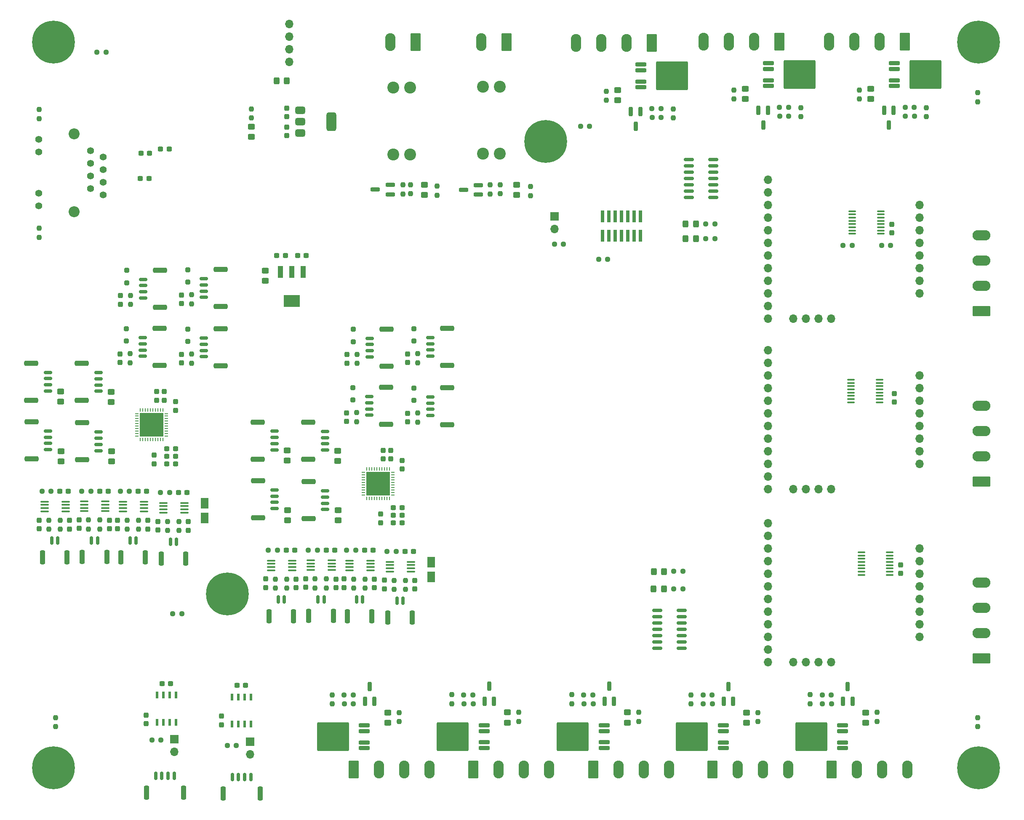
<source format=gbr>
%TF.GenerationSoftware,KiCad,Pcbnew,8.0.1*%
%TF.CreationDate,2024-05-02T15:47:01+02:00*%
%TF.ProjectId,launchpad-controller-v2,6c61756e-6368-4706-9164-2d636f6e7472,rev?*%
%TF.SameCoordinates,Original*%
%TF.FileFunction,Soldermask,Top*%
%TF.FilePolarity,Negative*%
%FSLAX46Y46*%
G04 Gerber Fmt 4.6, Leading zero omitted, Abs format (unit mm)*
G04 Created by KiCad (PCBNEW 8.0.1) date 2024-05-02 15:47:01*
%MOMM*%
%LPD*%
G01*
G04 APERTURE LIST*
G04 Aperture macros list*
%AMRoundRect*
0 Rectangle with rounded corners*
0 $1 Rounding radius*
0 $2 $3 $4 $5 $6 $7 $8 $9 X,Y pos of 4 corners*
0 Add a 4 corners polygon primitive as box body*
4,1,4,$2,$3,$4,$5,$6,$7,$8,$9,$2,$3,0*
0 Add four circle primitives for the rounded corners*
1,1,$1+$1,$2,$3*
1,1,$1+$1,$4,$5*
1,1,$1+$1,$6,$7*
1,1,$1+$1,$8,$9*
0 Add four rect primitives between the rounded corners*
20,1,$1+$1,$2,$3,$4,$5,0*
20,1,$1+$1,$4,$5,$6,$7,0*
20,1,$1+$1,$6,$7,$8,$9,0*
20,1,$1+$1,$8,$9,$2,$3,0*%
%AMFreePoly0*
4,1,6,1.000000,0.000000,0.500000,-0.750000,-0.500000,-0.750000,-0.500000,0.750000,0.500000,0.750000,1.000000,0.000000,1.000000,0.000000,$1*%
G04 Aperture macros list end*
%ADD10RoundRect,0.237500X0.237500X-0.300000X0.237500X0.300000X-0.237500X0.300000X-0.237500X-0.300000X0*%
%ADD11RoundRect,0.250000X0.450000X-0.325000X0.450000X0.325000X-0.450000X0.325000X-0.450000X-0.325000X0*%
%ADD12RoundRect,0.100000X-0.637500X-0.100000X0.637500X-0.100000X0.637500X0.100000X-0.637500X0.100000X0*%
%ADD13RoundRect,0.150000X0.150000X0.700000X-0.150000X0.700000X-0.150000X-0.700000X0.150000X-0.700000X0*%
%ADD14RoundRect,0.250000X0.250000X1.150000X-0.250000X1.150000X-0.250000X-1.150000X0.250000X-1.150000X0*%
%ADD15RoundRect,0.237500X0.237500X-0.250000X0.237500X0.250000X-0.237500X0.250000X-0.237500X-0.250000X0*%
%ADD16RoundRect,0.237500X-0.237500X0.250000X-0.237500X-0.250000X0.237500X-0.250000X0.237500X0.250000X0*%
%ADD17RoundRect,0.237500X-0.300000X-0.237500X0.300000X-0.237500X0.300000X0.237500X-0.300000X0.237500X0*%
%ADD18RoundRect,0.250000X-0.250000X0.250000X-0.250000X-0.250000X0.250000X-0.250000X0.250000X0.250000X0*%
%ADD19RoundRect,0.150000X0.700000X-0.150000X0.700000X0.150000X-0.700000X0.150000X-0.700000X-0.150000X0*%
%ADD20RoundRect,0.250000X1.150000X-0.250000X1.150000X0.250000X-1.150000X0.250000X-1.150000X-0.250000X0*%
%ADD21RoundRect,0.150000X-0.825000X-0.150000X0.825000X-0.150000X0.825000X0.150000X-0.825000X0.150000X0*%
%ADD22RoundRect,0.150000X-0.700000X0.150000X-0.700000X-0.150000X0.700000X-0.150000X0.700000X0.150000X0*%
%ADD23RoundRect,0.250000X-1.150000X0.250000X-1.150000X-0.250000X1.150000X-0.250000X1.150000X0.250000X0*%
%ADD24R,0.740000X2.400000*%
%ADD25RoundRect,0.200000X0.900000X0.200000X-0.900000X0.200000X-0.900000X-0.200000X0.900000X-0.200000X0*%
%ADD26RoundRect,0.249997X2.950003X2.650003X-2.950003X2.650003X-2.950003X-2.650003X2.950003X-2.650003X0*%
%ADD27RoundRect,0.237500X-0.237500X0.300000X-0.237500X-0.300000X0.237500X-0.300000X0.237500X0.300000X0*%
%ADD28RoundRect,0.250000X-0.450000X0.325000X-0.450000X-0.325000X0.450000X-0.325000X0.450000X0.325000X0*%
%ADD29RoundRect,0.237500X0.250000X0.237500X-0.250000X0.237500X-0.250000X-0.237500X0.250000X-0.237500X0*%
%ADD30RoundRect,0.200000X0.200000X-0.750000X0.200000X0.750000X-0.200000X0.750000X-0.200000X-0.750000X0*%
%ADD31C,0.900000*%
%ADD32C,8.600000*%
%ADD33RoundRect,0.200000X-0.200000X0.750000X-0.200000X-0.750000X0.200000X-0.750000X0.200000X0.750000X0*%
%ADD34RoundRect,0.200000X0.750000X0.200000X-0.750000X0.200000X-0.750000X-0.200000X0.750000X-0.200000X0*%
%ADD35C,2.400000*%
%ADD36RoundRect,0.250000X0.325000X0.450000X-0.325000X0.450000X-0.325000X-0.450000X0.325000X-0.450000X0*%
%ADD37RoundRect,0.100000X0.712500X0.100000X-0.712500X0.100000X-0.712500X-0.100000X0.712500X-0.100000X0*%
%ADD38RoundRect,0.200000X-0.900000X-0.200000X0.900000X-0.200000X0.900000X0.200000X-0.900000X0.200000X0*%
%ADD39RoundRect,0.249997X-2.950003X-2.650003X2.950003X-2.650003X2.950003X2.650003X-2.950003X2.650003X0*%
%ADD40RoundRect,0.237500X-0.250000X-0.237500X0.250000X-0.237500X0.250000X0.237500X-0.250000X0.237500X0*%
%ADD41RoundRect,0.249999X-0.790001X-1.550001X0.790001X-1.550001X0.790001X1.550001X-0.790001X1.550001X0*%
%ADD42O,2.080000X3.600000*%
%ADD43RoundRect,0.237500X0.300000X0.237500X-0.300000X0.237500X-0.300000X-0.237500X0.300000X-0.237500X0*%
%ADD44R,1.500000X1.500000*%
%ADD45FreePoly0,90.000000*%
%ADD46FreePoly0,270.000000*%
%ADD47R,1.000000X2.400000*%
%ADD48R,3.300001X2.400000*%
%ADD49O,1.700000X1.700000*%
%ADD50R,0.254000X0.762000*%
%ADD51R,0.762000X0.254000*%
%ADD52R,4.699000X4.699000*%
%ADD53RoundRect,0.249999X1.550001X-0.790001X1.550001X0.790001X-1.550001X0.790001X-1.550001X-0.790001X0*%
%ADD54O,3.600000X2.080000*%
%ADD55R,0.532600X1.454899*%
%ADD56RoundRect,0.249999X0.790001X1.550001X-0.790001X1.550001X-0.790001X-1.550001X0.790001X-1.550001X0*%
%ADD57R,1.700000X1.700000*%
%ADD58C,1.397000*%
%ADD59C,2.209800*%
%ADD60RoundRect,0.375000X-0.625000X-0.375000X0.625000X-0.375000X0.625000X0.375000X-0.625000X0.375000X0*%
%ADD61RoundRect,0.500000X-0.500000X-1.400000X0.500000X-1.400000X0.500000X1.400000X-0.500000X1.400000X0*%
G04 APERTURE END LIST*
D10*
%TO.C,C9*%
X116728000Y151370000D03*
X116728000Y153095000D03*
%TD*%
D11*
%TO.C,D30*%
X230391999Y67055000D03*
X230391999Y69105000D03*
%TD*%
D12*
%TO.C,U22*%
X253492000Y101346000D03*
X253492000Y100696000D03*
X253492000Y100046000D03*
X253492000Y99396000D03*
X253492000Y98746000D03*
X253492000Y98096000D03*
X253492000Y97446000D03*
X253492000Y96796000D03*
X259217000Y96796000D03*
X259217000Y97446000D03*
X259217000Y98096000D03*
X259217000Y98746000D03*
X259217000Y99396000D03*
X259217000Y100046000D03*
X259217000Y100696000D03*
X259217000Y101346000D03*
%TD*%
D13*
%TO.C,TC6*%
X153208000Y91863000D03*
X151958000Y91863000D03*
D14*
X155058000Y88513000D03*
X150108000Y88513000D03*
%TD*%
D15*
%TO.C,R49*%
X116240000Y105725000D03*
X116240000Y107550000D03*
%TD*%
D16*
%TO.C,R9*%
X88138000Y166520500D03*
X88138000Y164695500D03*
%TD*%
D17*
%TO.C,C10*%
X135943000Y161036000D03*
X137668000Y161036000D03*
%TD*%
D18*
%TO.C,D18*%
X151340000Y146211500D03*
X151340000Y143711500D03*
%TD*%
D19*
%TO.C,J26*%
X145666000Y109957000D03*
X145666000Y111207000D03*
X145666000Y112457000D03*
X145666000Y113707000D03*
D20*
X142316000Y108107000D03*
X142316000Y115557000D03*
%TD*%
D21*
%TO.C,U6*%
X218759000Y180340000D03*
X218759000Y179070000D03*
X218759000Y177800000D03*
X218759000Y176530000D03*
X218759000Y175260000D03*
X218759000Y173990000D03*
X218759000Y172720000D03*
X223709000Y172720000D03*
X223709000Y173990000D03*
X223709000Y175260000D03*
X223709000Y176530000D03*
X223709000Y177800000D03*
X223709000Y179070000D03*
X223709000Y180340000D03*
%TD*%
D16*
%TO.C,R26*%
X106556000Y153012000D03*
X106556000Y151187000D03*
%TD*%
D17*
%TO.C,C54*%
X159370000Y107309000D03*
X161095000Y107309000D03*
%TD*%
D22*
%TO.C,J10*%
X108982000Y144521000D03*
X108982000Y143271000D03*
X108982000Y142021000D03*
X108982000Y140771000D03*
D23*
X112332000Y146371000D03*
X112332000Y138921000D03*
%TD*%
D16*
%TO.C,R84*%
X243205000Y72699500D03*
X243205000Y70874500D03*
%TD*%
D24*
%TO.C,J7*%
X209042000Y168910000D03*
X209042000Y165010000D03*
X207772000Y168910000D03*
X207772000Y165010000D03*
X206502000Y168910000D03*
X206502000Y165010000D03*
X205232000Y168910000D03*
X205232000Y165010000D03*
X203962000Y168910000D03*
X203962000Y165010000D03*
X202692000Y168910000D03*
X202692000Y165010000D03*
X201422000Y168910000D03*
X201422000Y165010000D03*
%TD*%
D10*
%TO.C,C45*%
X139812000Y94202000D03*
X139812000Y95927000D03*
%TD*%
D25*
%TO.C,U29*%
X201731000Y61990500D03*
X201731000Y63130500D03*
D26*
X195431000Y64270500D03*
D25*
X201731000Y65410500D03*
X201731000Y66550500D03*
%TD*%
D22*
%TO.C,J12*%
X121284000Y156378500D03*
X121284000Y155128500D03*
X121284000Y153878500D03*
X121284000Y152628500D03*
D23*
X124634000Y158228500D03*
X124634000Y150778500D03*
%TD*%
D27*
%TO.C,C42*%
X149464000Y95979500D03*
X149464000Y94254500D03*
%TD*%
D17*
%TO.C,C1*%
X108511000Y176530000D03*
X110236000Y176530000D03*
%TD*%
D28*
%TO.C,D3*%
X255397000Y194611000D03*
X255397000Y192561000D03*
%TD*%
D29*
%TO.C,R19*%
X213217003Y188793000D03*
X211392003Y188793000D03*
%TD*%
D10*
%TO.C,C26*%
X162274000Y127591500D03*
X162274000Y129316500D03*
%TD*%
D30*
%TO.C,D33*%
X249796999Y71382500D03*
X251696999Y71382500D03*
X250746999Y74382500D03*
%TD*%
D31*
%TO.C,H2*%
X273775000Y204000000D03*
X274719581Y206280419D03*
X274719581Y201719581D03*
X277000000Y207225000D03*
D32*
X277000000Y204000000D03*
D31*
X277000000Y200775000D03*
X279280419Y206280419D03*
X279280419Y201719581D03*
X280225000Y204000000D03*
%TD*%
D15*
%TO.C,R16*%
X178816000Y173435000D03*
X178816000Y175260000D03*
%TD*%
%TO.C,R57*%
X143640000Y94186500D03*
X143640000Y96011500D03*
%TD*%
D21*
%TO.C,U28*%
X212409000Y89662000D03*
X212409000Y88392000D03*
X212409000Y87122000D03*
X212409000Y85852000D03*
X212409000Y84582000D03*
X212409000Y83312000D03*
X212409000Y82042000D03*
X217359000Y82042000D03*
X217359000Y83312000D03*
X217359000Y84582000D03*
X217359000Y85852000D03*
X217359000Y87122000D03*
X217359000Y88392000D03*
X217359000Y89662000D03*
%TD*%
D15*
%TO.C,R10*%
X88138000Y188571500D03*
X88138000Y190396500D03*
%TD*%
D29*
%TO.C,R70*%
X175401999Y70874500D03*
X173576999Y70874500D03*
%TD*%
D33*
%TO.C,D9*%
X209040003Y190039000D03*
X207140003Y190039000D03*
X208090003Y187039000D03*
%TD*%
D34*
%TO.C,D5*%
X158750000Y173360000D03*
X158750000Y175260000D03*
X155750000Y174310000D03*
%TD*%
D17*
%TO.C,C51*%
X145861000Y101817000D03*
X147586000Y101817000D03*
%TD*%
D16*
%TO.C,R30*%
X152102000Y141171500D03*
X152102000Y139346500D03*
%TD*%
D35*
%TO.C,F2*%
X177370000Y181511500D03*
X180770000Y181511500D03*
X177370000Y194981500D03*
X180770000Y194981500D03*
%TD*%
D17*
%TO.C,C47*%
X159370000Y108833000D03*
X161095000Y108833000D03*
%TD*%
D16*
%TO.C,R13*%
X162814000Y175307000D03*
X162814000Y173482000D03*
%TD*%
D15*
%TO.C,R73*%
X184577000Y67342500D03*
X184577000Y69167500D03*
%TD*%
D36*
%TO.C,D23*%
X213771500Y97495000D03*
X211721500Y97495000D03*
%TD*%
D10*
%TO.C,C46*%
X155560000Y94202000D03*
X155560000Y95927000D03*
%TD*%
D28*
%TO.C,D4*%
X130810000Y186953000D03*
X130810000Y184903000D03*
%TD*%
D10*
%TO.C,C14*%
X150070000Y139396500D03*
X150070000Y141121500D03*
%TD*%
D11*
%TO.C,D32*%
X254381000Y67064500D03*
X254381000Y69114500D03*
%TD*%
D16*
%TO.C,R79*%
X219215999Y72690000D03*
X219215999Y70865000D03*
%TD*%
D27*
%TO.C,C44*%
X157586000Y95725500D03*
X157586000Y94000500D03*
%TD*%
D37*
%TO.C,U17*%
X117336500Y109332500D03*
X117336500Y109982500D03*
X117336500Y110632500D03*
X117336500Y111282500D03*
X113111500Y111282500D03*
X113111500Y110632500D03*
X113111500Y109982500D03*
X113111500Y109332500D03*
%TD*%
D27*
%TO.C,C15*%
X111284000Y120874500D03*
X111284000Y119149500D03*
%TD*%
D29*
%TO.C,R39*%
X90527000Y113609500D03*
X88702000Y113609500D03*
%TD*%
D38*
%TO.C,U3*%
X234800001Y199708000D03*
X234800001Y198568000D03*
D39*
X241100001Y197428000D03*
D38*
X234800001Y196288000D03*
X234800001Y195148000D03*
%TD*%
D12*
%TO.C,U13*%
X251391500Y136080000D03*
X251391500Y135430000D03*
X251391500Y134780000D03*
X251391500Y134130000D03*
X251391500Y133480000D03*
X251391500Y132830000D03*
X251391500Y132180000D03*
X251391500Y131530000D03*
X257116500Y131530000D03*
X257116500Y132180000D03*
X257116500Y132830000D03*
X257116500Y133480000D03*
X257116500Y134130000D03*
X257116500Y134780000D03*
X257116500Y135430000D03*
X257116500Y136080000D03*
%TD*%
D15*
%TO.C,R61*%
X151378000Y94138500D03*
X151378000Y95963500D03*
%TD*%
D29*
%TO.C,R81*%
X223502998Y70841000D03*
X221677998Y70841000D03*
%TD*%
D40*
%TO.C,R2*%
X211345003Y190571000D03*
X213170003Y190571000D03*
%TD*%
D15*
%TO.C,R38*%
X100380000Y106027000D03*
X100380000Y107852000D03*
%TD*%
D17*
%TO.C,C33*%
X108053000Y113609500D03*
X109778000Y113609500D03*
%TD*%
D16*
%TO.C,R17*%
X168148000Y175006000D03*
X168148000Y173181000D03*
%TD*%
D29*
%TO.C,R46*%
X114397000Y113355500D03*
X112572000Y113355500D03*
%TD*%
D28*
%TO.C,D2*%
X230110001Y194610000D03*
X230110001Y192560000D03*
%TD*%
D10*
%TO.C,C13*%
X162274000Y139529500D03*
X162274000Y141254500D03*
%TD*%
D25*
%TO.C,U31*%
X249691000Y61966500D03*
X249691000Y63106500D03*
D26*
X243391000Y64246500D03*
D25*
X249691000Y65386500D03*
X249691000Y66526500D03*
%TD*%
D41*
%TO.C,J32*%
X151384000Y57625500D03*
D42*
X156464000Y57625500D03*
X161544000Y57625500D03*
X166624000Y57625500D03*
%TD*%
D10*
%TO.C,C23*%
X149972000Y127672000D03*
X149972000Y129397000D03*
%TD*%
D15*
%TO.C,R18*%
X215632001Y188722000D03*
X215632001Y190547000D03*
%TD*%
D10*
%TO.C,C22*%
X158862000Y120110000D03*
X158862000Y121835000D03*
%TD*%
D16*
%TO.C,R27*%
X118760000Y141207000D03*
X118760000Y139382000D03*
%TD*%
D43*
%TO.C,C2*%
X114300000Y182477999D03*
X112575000Y182477999D03*
%TD*%
D10*
%TO.C,C18*%
X115614000Y129918500D03*
X115614000Y131643500D03*
%TD*%
D17*
%TO.C,C59*%
X127915500Y74624652D03*
X129640500Y74624652D03*
%TD*%
D44*
%TO.C,JP1*%
X121412000Y108528000D03*
X121412000Y110928000D03*
D45*
X121412000Y107728000D03*
D46*
X121412000Y111728000D03*
%TD*%
D10*
%TO.C,C52*%
X163682000Y93948000D03*
X163682000Y95673000D03*
%TD*%
D28*
%TO.C,F10*%
X138064000Y109849000D03*
X138064000Y107799000D03*
%TD*%
D11*
%TO.C,D27*%
X182291000Y67088500D03*
X182291000Y69138500D03*
%TD*%
D17*
%TO.C,C41*%
X116175000Y113355500D03*
X117900000Y113355500D03*
%TD*%
D15*
%TO.C,R51*%
X135630000Y94138500D03*
X135630000Y95963500D03*
%TD*%
D31*
%TO.C,H3*%
X87775000Y58000000D03*
X88719581Y60280419D03*
X88719581Y55719581D03*
X91000000Y61225000D03*
D32*
X91000000Y58000000D03*
D31*
X91000000Y54775000D03*
X93280419Y60280419D03*
X93280419Y55719581D03*
X94225000Y58000000D03*
%TD*%
D18*
%TO.C,D15*%
X117998000Y146247000D03*
X117998000Y143747000D03*
%TD*%
D19*
%TO.C,J16*%
X89930000Y133786000D03*
X89930000Y135036000D03*
X89930000Y136286000D03*
X89930000Y137536000D03*
D20*
X86580000Y131936000D03*
X86580000Y139386000D03*
%TD*%
D44*
%TO.C,JP2*%
X166958000Y96687500D03*
X166958000Y99087500D03*
D45*
X166958000Y95887500D03*
D46*
X166958000Y99887500D03*
%TD*%
D47*
%TO.C,U8*%
X141224000Y157734000D03*
X138924000Y157734000D03*
X136624000Y157734000D03*
D48*
X138924000Y151933999D03*
%TD*%
D29*
%TO.C,R103*%
X116825000Y89000000D03*
X115000000Y89000000D03*
%TD*%
D37*
%TO.C,U19*%
X154760500Y97746000D03*
X154760500Y98396000D03*
X154760500Y99046000D03*
X154760500Y99696000D03*
X150535500Y99696000D03*
X150535500Y99046000D03*
X150535500Y98396000D03*
X150535500Y97746000D03*
%TD*%
D29*
%TO.C,R32*%
X193590000Y163322000D03*
X191765000Y163322000D03*
%TD*%
D40*
%TO.C,R1*%
X99775000Y201930000D03*
X101600000Y201930000D03*
%TD*%
D29*
%TO.C,R63*%
X217585500Y94029000D03*
X215760500Y94029000D03*
%TD*%
D49*
%TO.C,U12*%
X234696000Y141986000D03*
X234696000Y139446000D03*
X234696000Y136906000D03*
X234696000Y134366000D03*
X234696000Y131826000D03*
X234696000Y129286000D03*
X234696000Y126746000D03*
X234696000Y124206000D03*
X234696000Y121666000D03*
X234696000Y119126000D03*
X234696000Y116586000D03*
X234696000Y114046000D03*
X239776000Y114046000D03*
X242316000Y114046000D03*
X244856000Y114046000D03*
X247396000Y114046000D03*
X265176000Y136906000D03*
X265176000Y134366000D03*
X265176000Y131826000D03*
X265176000Y129286000D03*
X265176000Y126746000D03*
X265176000Y124206000D03*
X265176000Y121666000D03*
X265176000Y119126000D03*
%TD*%
D17*
%TO.C,C40*%
X137851000Y101769000D03*
X139576000Y101769000D03*
%TD*%
D15*
%TO.C,R12*%
X161290000Y173435000D03*
X161290000Y175260000D03*
%TD*%
D19*
%TO.C,J25*%
X135506000Y110151000D03*
X135506000Y111401000D03*
X135506000Y112651000D03*
X135506000Y113901000D03*
D20*
X132156000Y108301000D03*
X132156000Y115751000D03*
%TD*%
D13*
%TO.C,TC3*%
X107662000Y103703500D03*
X106412000Y103703500D03*
D14*
X109512000Y100353500D03*
X104562000Y100353500D03*
%TD*%
D15*
%TO.C,R41*%
X113954000Y105725000D03*
X113954000Y107550000D03*
%TD*%
D17*
%TO.C,C57*%
X112873595Y74978972D03*
X114598595Y74978972D03*
%TD*%
D40*
%TO.C,R35*%
X249785500Y163068000D03*
X251610500Y163068000D03*
%TD*%
D49*
%TO.C,U23*%
X234696000Y107188000D03*
X234696000Y104648000D03*
X234696000Y102108000D03*
X234696000Y99568000D03*
X234696000Y97028000D03*
X234696000Y94488000D03*
X234696000Y91948000D03*
X234696000Y89408000D03*
X234696000Y86868000D03*
X234696000Y84328000D03*
X234696000Y81788000D03*
X234696000Y79248000D03*
X239776000Y79248000D03*
X242316000Y79248000D03*
X244856000Y79248000D03*
X247396000Y79248000D03*
X265176000Y102108000D03*
X265176000Y99568000D03*
X265176000Y97028000D03*
X265176000Y94488000D03*
X265176000Y91948000D03*
X265176000Y89408000D03*
X265176000Y86868000D03*
X265176000Y84328000D03*
%TD*%
D17*
%TO.C,C3*%
X108638000Y181610000D03*
X110363000Y181610000D03*
%TD*%
D28*
%TO.C,F7*%
X102648000Y133636500D03*
X102648000Y131586500D03*
%TD*%
D16*
%TO.C,R8*%
X276860000Y193802000D03*
X276860000Y191977000D03*
%TD*%
%TO.C,R3*%
X202170001Y194103000D03*
X202170001Y192278000D03*
%TD*%
D50*
%TO.C,U10*%
X108509998Y124023500D03*
X109010000Y124023500D03*
X109509999Y124023500D03*
X110009998Y124023500D03*
X110509999Y124023500D03*
X111009999Y124023500D03*
X111510000Y124023500D03*
X112009999Y124023500D03*
X112509998Y124023500D03*
X113010000Y124023500D03*
D51*
X113733801Y124747301D03*
X113733801Y125247303D03*
X113733801Y125747302D03*
X113733801Y126247301D03*
X113733801Y126747302D03*
X113733801Y127247302D03*
X113733801Y127747303D03*
X113733801Y128247302D03*
X113733801Y128747301D03*
X113733801Y129247303D03*
D50*
X113010000Y129971104D03*
X112509998Y129971104D03*
X112009999Y129971104D03*
X111510000Y129971104D03*
X111009999Y129971104D03*
X110509999Y129971104D03*
X110009998Y129971104D03*
X109509999Y129971104D03*
X109010000Y129971104D03*
X108509998Y129971104D03*
D51*
X107786197Y129247303D03*
X107786197Y128747301D03*
X107786197Y128247302D03*
X107786197Y127747303D03*
X107786197Y127247302D03*
X107786197Y126747302D03*
X107786197Y126247301D03*
X107786197Y125747302D03*
X107786197Y125247303D03*
X107786197Y124747301D03*
D52*
X110759999Y126997302D03*
%TD*%
D15*
%TO.C,R59*%
X161786000Y93884500D03*
X161786000Y95709500D03*
%TD*%
D13*
%TO.C,TC8*%
X161330000Y91609000D03*
X160080000Y91609000D03*
D14*
X163180000Y88259000D03*
X158230000Y88259000D03*
%TD*%
D27*
%TO.C,C28*%
X88170000Y107820000D03*
X88170000Y106095000D03*
%TD*%
D22*
%TO.C,J11*%
X121284000Y144440500D03*
X121284000Y143190500D03*
X121284000Y141940500D03*
X121284000Y140690500D03*
D23*
X124634000Y146290500D03*
X124634000Y138840500D03*
%TD*%
D28*
%TO.C,F11*%
X148224000Y109846500D03*
X148224000Y107796500D03*
%TD*%
D30*
%TO.C,D25*%
X153657999Y71374000D03*
X155557999Y71374000D03*
X154607999Y74374000D03*
%TD*%
D27*
%TO.C,C5*%
X137922000Y190701000D03*
X137922000Y188976000D03*
%TD*%
D15*
%TO.C,R52*%
X137916000Y94138500D03*
X137916000Y95963500D03*
%TD*%
D29*
%TO.C,R20*%
X224028000Y167378000D03*
X222203000Y167378000D03*
%TD*%
D37*
%TO.C,U18*%
X139012500Y97746000D03*
X139012500Y98396000D03*
X139012500Y99046000D03*
X139012500Y99696000D03*
X134787500Y99696000D03*
X134787500Y99046000D03*
X134787500Y98396000D03*
X134787500Y97746000D03*
%TD*%
D36*
%TO.C,D22*%
X213759000Y93980000D03*
X211709000Y93980000D03*
%TD*%
D15*
%TO.C,R40*%
X98094000Y106027000D03*
X98094000Y107852000D03*
%TD*%
D17*
%TO.C,C21*%
X113824000Y120673500D03*
X115549000Y120673500D03*
%TD*%
D13*
%TO.C,TC5*%
X137460000Y91863000D03*
X136210000Y91863000D03*
D14*
X139310000Y88513000D03*
X134360000Y88513000D03*
%TD*%
D19*
%TO.C,J22*%
X145636000Y121906500D03*
X145636000Y123156500D03*
X145636000Y124406500D03*
X145636000Y125656500D03*
D20*
X142286000Y120056500D03*
X142286000Y127506500D03*
%TD*%
D50*
%TO.C,U11*%
X154055998Y112183000D03*
X154556000Y112183000D03*
X155055999Y112183000D03*
X155555998Y112183000D03*
X156055999Y112183000D03*
X156555999Y112183000D03*
X157056000Y112183000D03*
X157555999Y112183000D03*
X158055998Y112183000D03*
X158556000Y112183000D03*
D51*
X159279801Y112906801D03*
X159279801Y113406803D03*
X159279801Y113906802D03*
X159279801Y114406801D03*
X159279801Y114906802D03*
X159279801Y115406802D03*
X159279801Y115906803D03*
X159279801Y116406802D03*
X159279801Y116906801D03*
X159279801Y117406803D03*
D50*
X158556000Y118130604D03*
X158055998Y118130604D03*
X157555999Y118130604D03*
X157056000Y118130604D03*
X156555999Y118130604D03*
X156055999Y118130604D03*
X155555998Y118130604D03*
X155055999Y118130604D03*
X154556000Y118130604D03*
X154055998Y118130604D03*
D51*
X153332197Y117406803D03*
X153332197Y116906801D03*
X153332197Y116406802D03*
X153332197Y115906803D03*
X153332197Y115406802D03*
X153332197Y114906802D03*
X153332197Y114406801D03*
X153332197Y113906802D03*
X153332197Y113406803D03*
X153332197Y112906801D03*
D52*
X156305999Y115156802D03*
%TD*%
D16*
%TO.C,R29*%
X164306000Y141304500D03*
X164306000Y139479500D03*
%TD*%
D22*
%TO.C,J21*%
X154528000Y132680500D03*
X154528000Y131430500D03*
X154528000Y130180500D03*
X154528000Y128930500D03*
D23*
X157878000Y134530500D03*
X157878000Y127080500D03*
%TD*%
D28*
%TO.C,F9*%
X148194000Y121796000D03*
X148194000Y119746000D03*
%TD*%
D40*
%TO.C,R4*%
X236999003Y190824000D03*
X238824003Y190824000D03*
%TD*%
D10*
%TO.C,C49*%
X147822000Y94250000D03*
X147822000Y95975000D03*
%TD*%
D53*
%TO.C,J15*%
X277622000Y149860000D03*
D54*
X277622000Y154940000D03*
X277622000Y160020000D03*
X277622000Y165100000D03*
%TD*%
D25*
%TO.C,U26*%
X153552000Y61958000D03*
X153552000Y63098000D03*
D26*
X147252000Y64238000D03*
D25*
X153552000Y65378000D03*
X153552000Y66518000D03*
%TD*%
D31*
%TO.C,H5*%
X122775000Y93000000D03*
X123719581Y95280419D03*
X123719581Y90719581D03*
X126000000Y96225000D03*
D32*
X126000000Y93000000D03*
D31*
X126000000Y89775000D03*
X128280419Y95280419D03*
X128280419Y90719581D03*
X129225000Y93000000D03*
%TD*%
D16*
%TO.C,R75*%
X195245000Y72723500D03*
X195245000Y70898500D03*
%TD*%
D15*
%TO.C,R56*%
X153664000Y94138500D03*
X153664000Y95963500D03*
%TD*%
D17*
%TO.C,C48*%
X161721000Y101515000D03*
X163446000Y101515000D03*
%TD*%
D11*
%TO.C,D24*%
X158242000Y67056000D03*
X158242000Y69106000D03*
%TD*%
D15*
%TO.C,R80*%
X232677999Y67309000D03*
X232677999Y69134000D03*
%TD*%
D55*
%TO.C,U24*%
X115641095Y72620320D03*
X114371095Y72620320D03*
X113101095Y72620320D03*
X111831095Y72620320D03*
X111831095Y67177624D03*
X113101095Y67177624D03*
X114371095Y67177624D03*
X115641095Y67177624D03*
%TD*%
D29*
%TO.C,R55*%
X151821000Y101769000D03*
X149996000Y101769000D03*
%TD*%
D56*
%TO.C,J1*%
X163830000Y203994500D03*
D42*
X158750000Y203994500D03*
%TD*%
D41*
%TO.C,J33*%
X175433000Y57658000D03*
D42*
X180513000Y57658000D03*
X185593000Y57658000D03*
X190673000Y57658000D03*
%TD*%
D29*
%TO.C,R68*%
X151352999Y70842000D03*
X149527999Y70842000D03*
%TD*%
D49*
%TO.C,U9*%
X234696000Y176276000D03*
X234696000Y173736000D03*
X234696000Y171196000D03*
X234696000Y168656000D03*
X234696000Y166116000D03*
X234696000Y163576000D03*
X234696000Y161036000D03*
X234696000Y158496000D03*
X234696000Y155956000D03*
X234696000Y153416000D03*
X234696000Y150876000D03*
X234696000Y148336000D03*
X239776000Y148336000D03*
X242316000Y148336000D03*
X244856000Y148336000D03*
X247396000Y148336000D03*
X265176000Y171196000D03*
X265176000Y168656000D03*
X265176000Y166116000D03*
X265176000Y163576000D03*
X265176000Y161036000D03*
X265176000Y158496000D03*
X265176000Y155956000D03*
X265176000Y153416000D03*
%TD*%
D25*
%TO.C,U30*%
X225701999Y61957000D03*
X225701999Y63097000D03*
D26*
X219401999Y64237000D03*
D25*
X225701999Y65377000D03*
X225701999Y66517000D03*
%TD*%
D16*
%TO.C,R11*%
X130810000Y190532500D03*
X130810000Y188707500D03*
%TD*%
D41*
%TO.C,J36*%
X247523000Y57634000D03*
D42*
X252603000Y57634000D03*
X257683000Y57634000D03*
X262763000Y57634000D03*
%TD*%
D29*
%TO.C,R62*%
X217598000Y97536000D03*
X215773000Y97536000D03*
%TD*%
D30*
%TO.C,D26*%
X177706999Y71406500D03*
X179606999Y71406500D03*
X178656999Y74406500D03*
%TD*%
D10*
%TO.C,C6*%
X259588000Y165608000D03*
X259588000Y167333000D03*
%TD*%
D15*
%TO.C,R21*%
X241286001Y188975000D03*
X241286001Y190800000D03*
%TD*%
D10*
%TO.C,C56*%
X261366000Y97081000D03*
X261366000Y98806000D03*
%TD*%
D38*
%TO.C,U2*%
X209146001Y199455000D03*
X209146001Y198315000D03*
D39*
X215446001Y197175000D03*
D38*
X209146001Y196035000D03*
X209146001Y194895000D03*
%TD*%
D33*
%TO.C,D12*%
X259981002Y190293000D03*
X258081002Y190293000D03*
X259031002Y187293000D03*
%TD*%
D31*
%TO.C,H1*%
X87775000Y204000000D03*
X88719581Y206280419D03*
X88719581Y201719581D03*
X91000000Y207225000D03*
D32*
X91000000Y204000000D03*
D31*
X91000000Y200775000D03*
X93280419Y206280419D03*
X93280419Y201719581D03*
X94225000Y204000000D03*
%TD*%
D10*
%TO.C,C29*%
X102276000Y106090500D03*
X102276000Y107815500D03*
%TD*%
D15*
%TO.C,R44*%
X92370000Y105979000D03*
X92370000Y107804000D03*
%TD*%
%TO.C,R76*%
X208707000Y67342500D03*
X208707000Y69167500D03*
%TD*%
D29*
%TO.C,R43*%
X98537000Y113657500D03*
X96712000Y113657500D03*
%TD*%
D15*
%TO.C,R42*%
X108118000Y105979000D03*
X108118000Y107804000D03*
%TD*%
D36*
%TO.C,D19*%
X220201500Y164432000D03*
X218151500Y164432000D03*
%TD*%
D40*
%TO.C,R82*%
X245619999Y72628500D03*
X247444999Y72628500D03*
%TD*%
D13*
%TO.C,TC4*%
X115784000Y103449500D03*
X114534000Y103449500D03*
D14*
X117634000Y100099500D03*
X112684000Y100099500D03*
%TD*%
D36*
%TO.C,FB1*%
X137940000Y196215000D03*
X135890000Y196215000D03*
%TD*%
D28*
%TO.C,F3*%
X133604000Y157997000D03*
X133604000Y155947000D03*
%TD*%
D29*
%TO.C,R22*%
X238871003Y189046000D03*
X237046003Y189046000D03*
%TD*%
%TO.C,R33*%
X224028000Y164465000D03*
X222203000Y164465000D03*
%TD*%
D27*
%TO.C,C53*%
X156830000Y109034000D03*
X156830000Y107309000D03*
%TD*%
D40*
%TO.C,R104*%
X197000000Y187000000D03*
X198825000Y187000000D03*
%TD*%
D57*
%TO.C,J31*%
X130556000Y63251000D03*
D49*
X130556000Y60711000D03*
%TD*%
D18*
%TO.C,D14*%
X105794000Y158052000D03*
X105794000Y155552000D03*
%TD*%
D29*
%TO.C,R83*%
X247491999Y70850500D03*
X245666999Y70850500D03*
%TD*%
D13*
%TO.C,TC7*%
X145470000Y91911000D03*
X144220000Y91911000D03*
D14*
X147320000Y88561000D03*
X142370000Y88561000D03*
%TD*%
D13*
%TO.C,TC2*%
X91914000Y103703500D03*
X90664000Y103703500D03*
D14*
X93764000Y100353500D03*
X88814000Y100353500D03*
%TD*%
D56*
%TO.C,J3*%
X211314001Y203787500D03*
D42*
X206234001Y203787500D03*
X201154001Y203787500D03*
X196074001Y203787500D03*
%TD*%
D41*
%TO.C,J35*%
X223533999Y57624500D03*
D42*
X228613999Y57624500D03*
X233693999Y57624500D03*
X238773999Y57624500D03*
%TD*%
D40*
%TO.C,R72*%
X173529999Y72652500D03*
X175354999Y72652500D03*
%TD*%
D29*
%TO.C,R54*%
X159943000Y101515000D03*
X158118000Y101515000D03*
%TD*%
D16*
%TO.C,R5*%
X227824001Y194356000D03*
X227824001Y192531000D03*
%TD*%
D29*
%TO.C,R34*%
X259381000Y163068000D03*
X257556000Y163068000D03*
%TD*%
D19*
%TO.C,J19*%
X100090000Y133747000D03*
X100090000Y134997000D03*
X100090000Y136247000D03*
X100090000Y137497000D03*
D20*
X96740000Y131897000D03*
X96740000Y139347000D03*
%TD*%
D40*
%TO.C,R67*%
X149480999Y72620000D03*
X151305999Y72620000D03*
%TD*%
D43*
%TO.C,C12*%
X141832500Y161036000D03*
X140107500Y161036000D03*
%TD*%
D16*
%TO.C,R25*%
X106458000Y141287500D03*
X106458000Y139462500D03*
%TD*%
%TO.C,R69*%
X147066000Y72691000D03*
X147066000Y70866000D03*
%TD*%
D19*
%TO.C,J18*%
X100120000Y121797500D03*
X100120000Y123047500D03*
X100120000Y124297500D03*
X100120000Y125547500D03*
D20*
X96770000Y119947500D03*
X96770000Y127397500D03*
%TD*%
D30*
%TO.C,D31*%
X225807998Y71373000D03*
X227707998Y71373000D03*
X226757998Y74373000D03*
%TD*%
D37*
%TO.C,U14*%
X109214500Y109586500D03*
X109214500Y110236500D03*
X109214500Y110886500D03*
X109214500Y111536500D03*
X104989500Y111536500D03*
X104989500Y110886500D03*
X104989500Y110236500D03*
X104989500Y109586500D03*
%TD*%
D36*
%TO.C,D11*%
X220201500Y167353000D03*
X218151500Y167353000D03*
%TD*%
D17*
%TO.C,C55*%
X159370000Y110357000D03*
X161095000Y110357000D03*
%TD*%
D15*
%TO.C,R23*%
X266573000Y188976000D03*
X266573000Y190801000D03*
%TD*%
D10*
%TO.C,C24*%
X161160000Y118078000D03*
X161160000Y119803000D03*
%TD*%
%TO.C,C32*%
X110014000Y106042500D03*
X110014000Y107767500D03*
%TD*%
%TO.C,C11*%
X116728000Y139432000D03*
X116728000Y141157000D03*
%TD*%
D22*
%TO.C,J9*%
X109080000Y156245500D03*
X109080000Y154995500D03*
X109080000Y153745500D03*
X109080000Y152495500D03*
D23*
X112430000Y158095500D03*
X112430000Y150645500D03*
%TD*%
D17*
%TO.C,C30*%
X92305000Y113609500D03*
X94030000Y113609500D03*
%TD*%
D29*
%TO.C,R60*%
X144083000Y101817000D03*
X142258000Y101817000D03*
%TD*%
D22*
%TO.C,J23*%
X166830000Y132600000D03*
X166830000Y131350000D03*
X166830000Y130100000D03*
X166830000Y128850000D03*
D23*
X170180000Y134450000D03*
X170180000Y127000000D03*
%TD*%
D13*
%TO.C,TC1*%
X99924000Y103751500D03*
X98674000Y103751500D03*
D14*
X101774000Y100401500D03*
X96824000Y100401500D03*
%TD*%
D40*
%TO.C,R78*%
X221630998Y72619000D03*
X223455998Y72619000D03*
%TD*%
D28*
%TO.C,F8*%
X138034000Y121835000D03*
X138034000Y119785000D03*
%TD*%
D27*
%TO.C,C38*%
X133716000Y95979500D03*
X133716000Y94254500D03*
%TD*%
D30*
%TO.C,D28*%
X201836999Y71406500D03*
X203736999Y71406500D03*
X202786999Y74406500D03*
%TD*%
D15*
%TO.C,R45*%
X105832000Y105979000D03*
X105832000Y107804000D03*
%TD*%
D31*
%TO.C,H6*%
X186775000Y184000000D03*
X187719581Y186280419D03*
X187719581Y181719581D03*
X190000000Y187225000D03*
D32*
X190000000Y184000000D03*
D31*
X190000000Y180775000D03*
X192280419Y186280419D03*
X192280419Y181719581D03*
X193225000Y184000000D03*
%TD*%
D18*
%TO.C,D21*%
X151242000Y134487000D03*
X151242000Y131987000D03*
%TD*%
D19*
%TO.C,J17*%
X89960000Y121991500D03*
X89960000Y123241500D03*
X89960000Y124491500D03*
X89960000Y125741500D03*
D20*
X86610000Y120141500D03*
X86610000Y127591500D03*
%TD*%
D10*
%TO.C,C39*%
X118136000Y105788500D03*
X118136000Y107513500D03*
%TD*%
D17*
%TO.C,C19*%
X113824000Y119149500D03*
X115549000Y119149500D03*
%TD*%
D19*
%TO.C,J20*%
X135476000Y121945500D03*
X135476000Y123195500D03*
X135476000Y124445500D03*
X135476000Y125695500D03*
D20*
X132126000Y120095500D03*
X132126000Y127545500D03*
%TD*%
D29*
%TO.C,R87*%
X127809000Y62484000D03*
X125984000Y62484000D03*
%TD*%
D18*
%TO.C,D20*%
X163544000Y134406500D03*
X163544000Y131906500D03*
%TD*%
D13*
%TO.C,J29*%
X115316000Y56388000D03*
X114066000Y56388000D03*
X112816000Y56388000D03*
X111566000Y56388000D03*
D14*
X117166000Y53038000D03*
X109716000Y53038000D03*
%TD*%
D29*
%TO.C,R31*%
X202485000Y160274000D03*
X200660000Y160274000D03*
%TD*%
D49*
%TO.C,U1*%
X138430000Y200025000D03*
X138430000Y202565000D03*
X138430000Y205105000D03*
X138430000Y207645000D03*
%TD*%
D53*
%TO.C,J28*%
X277654500Y80010000D03*
D54*
X277654500Y85090000D03*
X277654500Y90170000D03*
X277654500Y95250000D03*
%TD*%
D40*
%TO.C,R6*%
X262286002Y190825000D03*
X264111002Y190825000D03*
%TD*%
D10*
%TO.C,C8*%
X104524000Y151237000D03*
X104524000Y152962000D03*
%TD*%
D57*
%TO.C,J27*%
X115316000Y63759000D03*
D49*
X115316000Y61219000D03*
%TD*%
D12*
%TO.C,U7*%
X251656000Y169964000D03*
X251656000Y169314000D03*
X251656000Y168664000D03*
X251656000Y168014000D03*
X251656000Y167364000D03*
X251656000Y166714000D03*
X251656000Y166064000D03*
X251656000Y165414000D03*
X257381000Y165414000D03*
X257381000Y166064000D03*
X257381000Y166714000D03*
X257381000Y167364000D03*
X257381000Y168014000D03*
X257381000Y168664000D03*
X257381000Y169314000D03*
X257381000Y169964000D03*
%TD*%
D37*
%TO.C,U16*%
X93466500Y109586500D03*
X93466500Y110236500D03*
X93466500Y110886500D03*
X93466500Y111536500D03*
X89241500Y111536500D03*
X89241500Y110886500D03*
X89241500Y110236500D03*
X89241500Y109586500D03*
%TD*%
D41*
%TO.C,J34*%
X199563000Y57658000D03*
D42*
X204643000Y57658000D03*
X209723000Y57658000D03*
X214803000Y57658000D03*
%TD*%
D55*
%TO.C,U25*%
X130768000Y72266000D03*
X129498000Y72266000D03*
X128228000Y72266000D03*
X126958000Y72266000D03*
X126958000Y66823304D03*
X128228000Y66823304D03*
X129498000Y66823304D03*
X130768000Y66823304D03*
%TD*%
D18*
%TO.C,D13*%
X105696000Y146327500D03*
X105696000Y143827500D03*
%TD*%
D58*
%TO.C,J6*%
X98513900Y182149750D03*
X101053900Y180879750D03*
X98513900Y179609750D03*
X101053900Y178339750D03*
X98513900Y177069750D03*
X101053900Y175799750D03*
X98513900Y174529750D03*
X101053900Y173259750D03*
X88099900Y184384950D03*
X88099900Y181844950D03*
X88099900Y173564550D03*
X88099900Y171024550D03*
D59*
X95211900Y185553350D03*
X95211900Y169856150D03*
%TD*%
D29*
%TO.C,R48*%
X106275000Y113609500D03*
X104450000Y113609500D03*
%TD*%
D16*
%TO.C,R14*%
X186925000Y174902500D03*
X186925000Y173077500D03*
%TD*%
D11*
%TO.C,D6*%
X184150000Y173210000D03*
X184150000Y175260000D03*
%TD*%
D35*
%TO.C,F1*%
X159336000Y181348000D03*
X162736000Y181348000D03*
X159336000Y194818000D03*
X162736000Y194818000D03*
%TD*%
D27*
%TO.C,C36*%
X112040000Y107566000D03*
X112040000Y105841000D03*
%TD*%
D16*
%TO.C,R37*%
X152004000Y129447000D03*
X152004000Y127622000D03*
%TD*%
%TO.C,R15*%
X180848000Y175307000D03*
X180848000Y173482000D03*
%TD*%
D29*
%TO.C,R50*%
X136073000Y101769000D03*
X134248000Y101769000D03*
%TD*%
D10*
%TO.C,C37*%
X94266000Y106042500D03*
X94266000Y107767500D03*
%TD*%
D29*
%TO.C,R64*%
X112649000Y63627000D03*
X110824000Y63627000D03*
%TD*%
D16*
%TO.C,R71*%
X171115000Y72723500D03*
X171115000Y70898500D03*
%TD*%
D27*
%TO.C,C35*%
X103918000Y107820000D03*
X103918000Y106095000D03*
%TD*%
D10*
%TO.C,C27*%
X260096000Y131572000D03*
X260096000Y133297000D03*
%TD*%
D53*
%TO.C,J24*%
X277654500Y115570000D03*
D54*
X277654500Y120650000D03*
X277654500Y125730000D03*
X277654500Y130810000D03*
%TD*%
D56*
%TO.C,J5*%
X262255000Y204041500D03*
D42*
X257175000Y204041500D03*
X252095000Y204041500D03*
X247015000Y204041500D03*
%TD*%
D28*
%TO.C,F4*%
X92518000Y121689500D03*
X92518000Y119639500D03*
%TD*%
D17*
%TO.C,C50*%
X153599000Y101769000D03*
X155324000Y101769000D03*
%TD*%
D10*
%TO.C,C60*%
X124799000Y66678000D03*
X124799000Y68403000D03*
%TD*%
D17*
%TO.C,C20*%
X113824000Y122197500D03*
X115549000Y122197500D03*
%TD*%
D37*
%TO.C,U20*%
X162882500Y97492000D03*
X162882500Y98142000D03*
X162882500Y98792000D03*
X162882500Y99442000D03*
X158657500Y99442000D03*
X158657500Y98792000D03*
X158657500Y98142000D03*
X158657500Y97492000D03*
%TD*%
D15*
%TO.C,R86*%
X276860000Y66294000D03*
X276860000Y68119000D03*
%TD*%
D31*
%TO.C,H4*%
X273775000Y58000000D03*
X274719581Y60280419D03*
X274719581Y55719581D03*
X277000000Y61225000D03*
D32*
X277000000Y58000000D03*
D31*
X277000000Y54775000D03*
X279280419Y60280419D03*
X279280419Y55719581D03*
X280225000Y58000000D03*
%TD*%
D15*
%TO.C,R85*%
X256667000Y67318500D03*
X256667000Y69143500D03*
%TD*%
D38*
%TO.C,U4*%
X260087000Y199709000D03*
X260087000Y198569000D03*
D39*
X266387000Y197429000D03*
D38*
X260087000Y196289000D03*
X260087000Y195149000D03*
%TD*%
D27*
%TO.C,C31*%
X96180000Y107868000D03*
X96180000Y106143000D03*
%TD*%
D10*
%TO.C,C4*%
X137922000Y185166000D03*
X137922000Y186891000D03*
%TD*%
D29*
%TO.C,R24*%
X264158002Y189047000D03*
X262333002Y189047000D03*
%TD*%
D10*
%TO.C,C25*%
X157338000Y120110000D03*
X157338000Y121835000D03*
%TD*%
D22*
%TO.C,J14*%
X166830000Y144538000D03*
X166830000Y143288000D03*
X166830000Y142038000D03*
X166830000Y140788000D03*
D23*
X170180000Y146388000D03*
X170180000Y138938000D03*
%TD*%
D18*
%TO.C,D16*%
X117998000Y158185000D03*
X117998000Y155685000D03*
%TD*%
D16*
%TO.C,R28*%
X118760000Y153145000D03*
X118760000Y151320000D03*
%TD*%
D15*
%TO.C,R66*%
X160528000Y67310000D03*
X160528000Y69135000D03*
%TD*%
D11*
%TO.C,D29*%
X206421000Y67088500D03*
X206421000Y69138500D03*
%TD*%
D56*
%TO.C,J4*%
X236968001Y204040500D03*
D42*
X231888001Y204040500D03*
X226808001Y204040500D03*
X221728001Y204040500D03*
%TD*%
D18*
%TO.C,D17*%
X163544000Y146344500D03*
X163544000Y143844500D03*
%TD*%
D28*
%TO.C,F6*%
X102678000Y121687000D03*
X102678000Y119637000D03*
%TD*%
D27*
%TO.C,C43*%
X141726000Y96027500D03*
X141726000Y94302500D03*
%TD*%
D33*
%TO.C,D10*%
X234694003Y190292000D03*
X232794003Y190292000D03*
X233744003Y187292000D03*
%TD*%
D10*
%TO.C,C58*%
X109672095Y66903972D03*
X109672095Y68628972D03*
%TD*%
D17*
%TO.C,C34*%
X100315000Y113657500D03*
X102040000Y113657500D03*
%TD*%
D40*
%TO.C,R77*%
X197659999Y72652500D03*
X199484999Y72652500D03*
%TD*%
D57*
%TO.C,J8*%
X191770000Y168915000D03*
D49*
X191770000Y166375000D03*
%TD*%
D13*
%TO.C,J30*%
X130738000Y56182000D03*
X129488000Y56182000D03*
X128238000Y56182000D03*
X126988000Y56182000D03*
D14*
X132588000Y52832000D03*
X125138000Y52832000D03*
%TD*%
D11*
%TO.C,D8*%
X165608000Y173210000D03*
X165608000Y175260000D03*
%TD*%
D15*
%TO.C,R65*%
X91440000Y66294000D03*
X91440000Y68119000D03*
%TD*%
%TO.C,R53*%
X145926000Y94186500D03*
X145926000Y96011500D03*
%TD*%
%TO.C,R47*%
X90084000Y105979000D03*
X90084000Y107804000D03*
%TD*%
D10*
%TO.C,C17*%
X113316000Y131950500D03*
X113316000Y133675500D03*
%TD*%
D29*
%TO.C,R74*%
X199531999Y70874500D03*
X197706999Y70874500D03*
%TD*%
D15*
%TO.C,R58*%
X159500000Y93884500D03*
X159500000Y95709500D03*
%TD*%
D34*
%TO.C,D7*%
X176482000Y173294000D03*
X176482000Y175194000D03*
X173482000Y174244000D03*
%TD*%
D56*
%TO.C,J2*%
X182118000Y203994500D03*
D42*
X177038000Y203994500D03*
%TD*%
D16*
%TO.C,R7*%
X253111000Y194357000D03*
X253111000Y192532000D03*
%TD*%
D37*
%TO.C,U21*%
X147022500Y97794000D03*
X147022500Y98444000D03*
X147022500Y99094000D03*
X147022500Y99744000D03*
X142797500Y99744000D03*
X142797500Y99094000D03*
X142797500Y98444000D03*
X142797500Y97794000D03*
%TD*%
D10*
%TO.C,C16*%
X111792000Y131950500D03*
X111792000Y133675500D03*
%TD*%
D37*
%TO.C,U15*%
X101476500Y109634500D03*
X101476500Y110284500D03*
X101476500Y110934500D03*
X101476500Y111584500D03*
X97251500Y111584500D03*
X97251500Y110934500D03*
X97251500Y110284500D03*
X97251500Y109634500D03*
%TD*%
D60*
%TO.C,U5*%
X140614000Y190260000D03*
X140614000Y187960000D03*
X140614000Y185660000D03*
D61*
X146914000Y187960000D03*
%TD*%
D25*
%TO.C,U27*%
X177601000Y61990500D03*
X177601000Y63130500D03*
D26*
X171301000Y64270500D03*
D25*
X177601000Y65410500D03*
X177601000Y66550500D03*
%TD*%
D16*
%TO.C,R36*%
X164306000Y129366500D03*
X164306000Y127541500D03*
%TD*%
D10*
%TO.C,C7*%
X104426000Y139512500D03*
X104426000Y141237500D03*
%TD*%
D28*
%TO.C,D1*%
X204456001Y194357000D03*
X204456001Y192307000D03*
%TD*%
%TO.C,F5*%
X92488000Y133675500D03*
X92488000Y131625500D03*
%TD*%
D22*
%TO.C,J13*%
X154626000Y144405000D03*
X154626000Y143155000D03*
X154626000Y141905000D03*
X154626000Y140655000D03*
D23*
X157976000Y146255000D03*
X157976000Y138805000D03*
%TD*%
M02*

</source>
